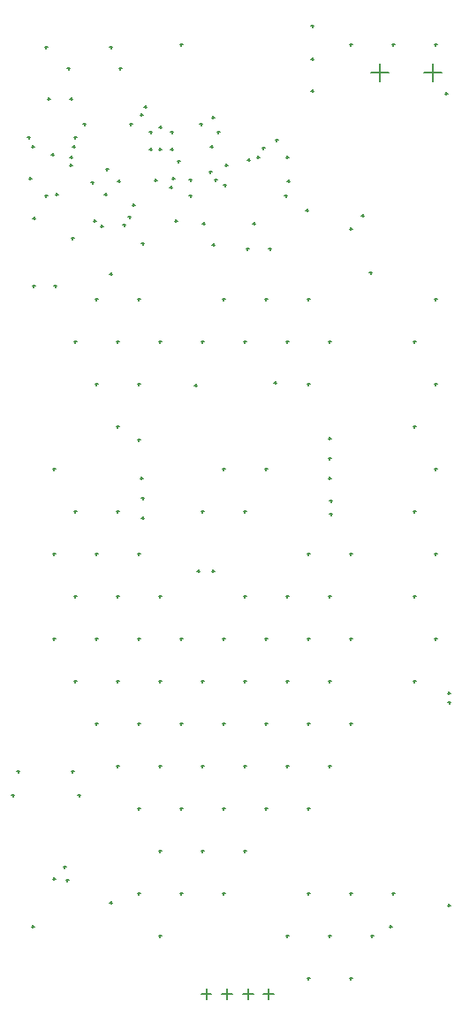
<source format=gbr>
%TF.GenerationSoftware,Altium Limited,Altium Designer,20.2.8 (258)*%
G04 Layer_Color=128*
%FSLAX26Y26*%
%MOIN*%
%TF.SameCoordinates,5803725C-7DB8-4FA7-A0CF-86E37554034E*%
%TF.FilePolarity,Positive*%
%TF.FileFunction,Drillmap*%
%TF.Part,Single*%
G01*
G75*
%TA.AperFunction,NonConductor*%
%ADD103C,0.005000*%
D103*
X2072185Y1221653D02*
X2111555D01*
X2091870Y1201968D02*
Y1241339D01*
X1993445Y1221653D02*
X2032815D01*
X2013130Y1201968D02*
Y1241339D01*
X1914705Y1221653D02*
X1954075D01*
X1934390Y1201968D02*
Y1241339D01*
X2150925Y1221653D02*
X2190295D01*
X2170610Y1201968D02*
Y1241339D01*
X2556929Y4693740D02*
X2623071D01*
X2590000Y4660669D02*
Y4726811D01*
X2756929Y4693740D02*
X2823071D01*
X2790000Y4660669D02*
Y4726811D01*
X1335000Y4595000D02*
X1345000D01*
X1340000Y4590000D02*
Y4600000D01*
X1685000Y4535000D02*
X1695000D01*
X1690000Y4530000D02*
Y4540000D01*
X1910000Y4500000D02*
X1920000D01*
X1915000Y4495000D02*
Y4505000D01*
X1955000Y4525000D02*
X1965000D01*
X1960000Y4520000D02*
Y4530000D01*
X2000000Y4270000D02*
X2010000D01*
X2005000Y4265000D02*
Y4275000D01*
X1965000Y4290000D02*
X1975000D01*
X1970000Y4285000D02*
Y4295000D01*
X1419000Y4345000D02*
X1429000D01*
X1424000Y4340000D02*
Y4350000D01*
X1420000Y4375000D02*
X1430000D01*
X1425000Y4370000D02*
Y4380000D01*
X1825000Y4360000D02*
X1835000D01*
X1830000Y4355000D02*
Y4365000D01*
X1956243Y4045072D02*
X1966243D01*
X1961243Y4040072D02*
Y4050072D01*
X1265000Y4295000D02*
X1275000D01*
X1270000Y4290000D02*
Y4300000D01*
X2795000Y4800000D02*
X2805000D01*
X2800000Y4795000D02*
Y4805000D01*
X2795000Y3840000D02*
X2805000D01*
X2800000Y3835000D02*
Y3845000D01*
X2715000Y3680000D02*
X2725000D01*
X2720000Y3675000D02*
Y3685000D01*
X2795000Y3520000D02*
X2805000D01*
X2800000Y3515000D02*
Y3525000D01*
X2715000Y3360000D02*
X2725000D01*
X2720000Y3355000D02*
Y3365000D01*
X2795000Y3200000D02*
X2805000D01*
X2800000Y3195000D02*
Y3205000D01*
X2715000Y3040000D02*
X2725000D01*
X2720000Y3035000D02*
Y3045000D01*
X2795000Y2880000D02*
X2805000D01*
X2800000Y2875000D02*
Y2885000D01*
X2715000Y2720000D02*
X2725000D01*
X2720000Y2715000D02*
Y2725000D01*
X2795000Y2560000D02*
X2805000D01*
X2800000Y2555000D02*
Y2565000D01*
X2715000Y2400000D02*
X2725000D01*
X2720000Y2395000D02*
Y2405000D01*
X2635000Y4800000D02*
X2645000D01*
X2640000Y4795000D02*
Y4805000D01*
X2635000Y1600000D02*
X2645000D01*
X2640000Y1595000D02*
Y1605000D01*
X2555000Y1440000D02*
X2565000D01*
X2560000Y1435000D02*
Y1445000D01*
X2475000Y4800000D02*
X2485000D01*
X2480000Y4795000D02*
Y4805000D01*
X2395000Y3680000D02*
X2405000D01*
X2400000Y3675000D02*
Y3685000D01*
X2475000Y2880000D02*
X2485000D01*
X2480000Y2875000D02*
Y2885000D01*
X2395000Y2720000D02*
X2405000D01*
X2400000Y2715000D02*
Y2725000D01*
X2475000Y2560000D02*
X2485000D01*
X2480000Y2555000D02*
Y2565000D01*
X2395000Y2400000D02*
X2405000D01*
X2400000Y2395000D02*
Y2405000D01*
X2475000Y2240000D02*
X2485000D01*
X2480000Y2235000D02*
Y2245000D01*
X2395000Y2080000D02*
X2405000D01*
X2400000Y2075000D02*
Y2085000D01*
X2475000Y1600000D02*
X2485000D01*
X2480000Y1595000D02*
Y1605000D01*
X2395000Y1440000D02*
X2405000D01*
X2400000Y1435000D02*
Y1445000D01*
X2475000Y1280000D02*
X2485000D01*
X2480000Y1275000D02*
Y1285000D01*
X2315000Y3840000D02*
X2325000D01*
X2320000Y3835000D02*
Y3845000D01*
X2235000Y3680000D02*
X2245000D01*
X2240000Y3675000D02*
Y3685000D01*
X2315000Y3520000D02*
X2325000D01*
X2320000Y3515000D02*
Y3525000D01*
X2315000Y2880000D02*
X2325000D01*
X2320000Y2875000D02*
Y2885000D01*
X2235000Y2720000D02*
X2245000D01*
X2240000Y2715000D02*
Y2725000D01*
X2315000Y2560000D02*
X2325000D01*
X2320000Y2555000D02*
Y2565000D01*
X2235000Y2400000D02*
X2245000D01*
X2240000Y2395000D02*
Y2405000D01*
X2315000Y2240000D02*
X2325000D01*
X2320000Y2235000D02*
Y2245000D01*
X2235000Y2080000D02*
X2245000D01*
X2240000Y2075000D02*
Y2085000D01*
X2315000Y1920000D02*
X2325000D01*
X2320000Y1915000D02*
Y1925000D01*
X2315000Y1600000D02*
X2325000D01*
X2320000Y1595000D02*
Y1605000D01*
X2235000Y1440000D02*
X2245000D01*
X2240000Y1435000D02*
Y1445000D01*
X2315000Y1280000D02*
X2325000D01*
X2320000Y1275000D02*
Y1285000D01*
X2155000Y3840000D02*
X2165000D01*
X2160000Y3835000D02*
Y3845000D01*
X2075000Y3680000D02*
X2085000D01*
X2080000Y3675000D02*
Y3685000D01*
X2155000Y3200000D02*
X2165000D01*
X2160000Y3195000D02*
Y3205000D01*
X2075000Y3040000D02*
X2085000D01*
X2080000Y3035000D02*
Y3045000D01*
X2075000Y2720000D02*
X2085000D01*
X2080000Y2715000D02*
Y2725000D01*
X2155000Y2560000D02*
X2165000D01*
X2160000Y2555000D02*
Y2565000D01*
X2075000Y2400000D02*
X2085000D01*
X2080000Y2395000D02*
Y2405000D01*
X2155000Y2240000D02*
X2165000D01*
X2160000Y2235000D02*
Y2245000D01*
X2075000Y2080000D02*
X2085000D01*
X2080000Y2075000D02*
Y2085000D01*
X2155000Y1920000D02*
X2165000D01*
X2160000Y1915000D02*
Y1925000D01*
X2075000Y1760000D02*
X2085000D01*
X2080000Y1755000D02*
Y1765000D01*
X1995000Y3840000D02*
X2005000D01*
X2000000Y3835000D02*
Y3845000D01*
X1915000Y3680000D02*
X1925000D01*
X1920000Y3675000D02*
Y3685000D01*
X1995000Y3200000D02*
X2005000D01*
X2000000Y3195000D02*
Y3205000D01*
X1915000Y3040000D02*
X1925000D01*
X1920000Y3035000D02*
Y3045000D01*
X1995000Y2560000D02*
X2005000D01*
X2000000Y2555000D02*
Y2565000D01*
X1915000Y2400000D02*
X1925000D01*
X1920000Y2395000D02*
Y2405000D01*
X1995000Y2240000D02*
X2005000D01*
X2000000Y2235000D02*
Y2245000D01*
X1915000Y2080000D02*
X1925000D01*
X1920000Y2075000D02*
Y2085000D01*
X1995000Y1920000D02*
X2005000D01*
X2000000Y1915000D02*
Y1925000D01*
X1915000Y1760000D02*
X1925000D01*
X1920000Y1755000D02*
Y1765000D01*
X1995000Y1600000D02*
X2005000D01*
X2000000Y1595000D02*
Y1605000D01*
X1835000Y4800000D02*
X1845000D01*
X1840000Y4795000D02*
Y4805000D01*
X1755000Y3680000D02*
X1765000D01*
X1760000Y3675000D02*
Y3685000D01*
X1755000Y2720000D02*
X1765000D01*
X1760000Y2715000D02*
Y2725000D01*
X1835000Y2560000D02*
X1845000D01*
X1840000Y2555000D02*
Y2565000D01*
X1755000Y2400000D02*
X1765000D01*
X1760000Y2395000D02*
Y2405000D01*
X1835000Y2240000D02*
X1845000D01*
X1840000Y2235000D02*
Y2245000D01*
X1755000Y2080000D02*
X1765000D01*
X1760000Y2075000D02*
Y2085000D01*
X1835000Y1920000D02*
X1845000D01*
X1840000Y1915000D02*
Y1925000D01*
X1755000Y1760000D02*
X1765000D01*
X1760000Y1755000D02*
Y1765000D01*
X1835000Y1600000D02*
X1845000D01*
X1840000Y1595000D02*
Y1605000D01*
X1755000Y1440000D02*
X1765000D01*
X1760000Y1435000D02*
Y1445000D01*
X1675000Y3840000D02*
X1685000D01*
X1680000Y3835000D02*
Y3845000D01*
X1595000Y3680000D02*
X1605000D01*
X1600000Y3675000D02*
Y3685000D01*
X1675000Y3520000D02*
X1685000D01*
X1680000Y3515000D02*
Y3525000D01*
X1595000Y3360000D02*
X1605000D01*
X1600000Y3355000D02*
Y3365000D01*
X1595000Y3040000D02*
X1605000D01*
X1600000Y3035000D02*
Y3045000D01*
X1675000Y2880000D02*
X1685000D01*
X1680000Y2875000D02*
Y2885000D01*
X1595000Y2720000D02*
X1605000D01*
X1600000Y2715000D02*
Y2725000D01*
X1675000Y2560000D02*
X1685000D01*
X1680000Y2555000D02*
Y2565000D01*
X1595000Y2400000D02*
X1605000D01*
X1600000Y2395000D02*
Y2405000D01*
X1675000Y2240000D02*
X1685000D01*
X1680000Y2235000D02*
Y2245000D01*
X1595000Y2080000D02*
X1605000D01*
X1600000Y2075000D02*
Y2085000D01*
X1675000Y1920000D02*
X1685000D01*
X1680000Y1915000D02*
Y1925000D01*
X1675000Y1600000D02*
X1685000D01*
X1680000Y1595000D02*
Y1605000D01*
X1515000Y3840000D02*
X1525000D01*
X1520000Y3835000D02*
Y3845000D01*
X1435000Y3680000D02*
X1445000D01*
X1440000Y3675000D02*
Y3685000D01*
X1515000Y3520000D02*
X1525000D01*
X1520000Y3515000D02*
Y3525000D01*
X1435000Y3040000D02*
X1445000D01*
X1440000Y3035000D02*
Y3045000D01*
X1515000Y2880000D02*
X1525000D01*
X1520000Y2875000D02*
Y2885000D01*
X1435000Y2720000D02*
X1445000D01*
X1440000Y2715000D02*
Y2725000D01*
X1515000Y2560000D02*
X1525000D01*
X1520000Y2555000D02*
Y2565000D01*
X1435000Y2400000D02*
X1445000D01*
X1440000Y2395000D02*
Y2405000D01*
X1515000Y2240000D02*
X1525000D01*
X1520000Y2235000D02*
Y2245000D01*
X1355000Y3200000D02*
X1365000D01*
X1360000Y3195000D02*
Y3205000D01*
X1355000Y2880000D02*
X1365000D01*
X1360000Y2875000D02*
Y2885000D01*
X1355000Y2560000D02*
X1365000D01*
X1360000Y2555000D02*
Y2565000D01*
X2845000Y2355000D02*
X2855000D01*
X2850000Y2350000D02*
Y2360000D01*
X2846181Y2319410D02*
X2856181D01*
X2851181Y2314410D02*
Y2324410D01*
X1700000Y4565000D02*
X1710000D01*
X1705000Y4560000D02*
Y4570000D01*
X1690000Y4050000D02*
X1700000D01*
X1695000Y4045000D02*
Y4055000D01*
X1620000Y4120000D02*
X1630000D01*
X1625000Y4115000D02*
Y4125000D01*
X1640000Y4150000D02*
X1650000D01*
X1645000Y4145000D02*
Y4155000D01*
X1757500Y4487500D02*
X1767500D01*
X1762500Y4482500D02*
Y4492500D01*
X1870000Y4230000D02*
X1880000D01*
X1875000Y4225000D02*
Y4235000D01*
X1870000Y4290000D02*
X1880000D01*
X1875000Y4285000D02*
Y4295000D01*
X1805000D02*
X1815000D01*
X1810000Y4290000D02*
Y4300000D01*
X1797061Y4262060D02*
X1807061D01*
X1802061Y4257060D02*
Y4267060D01*
X1815000Y4135000D02*
X1825000D01*
X1820000Y4130000D02*
Y4140000D01*
X2845000Y1555000D02*
X2855000D01*
X2850000Y1550000D02*
Y1560000D01*
X1738358Y4288358D02*
X1748358D01*
X1743358Y4283358D02*
Y4293358D01*
X1570000Y1565000D02*
X1580000D01*
X1575000Y1560000D02*
Y1570000D01*
X1275000Y1475000D02*
X1285000D01*
X1280000Y1470000D02*
Y1480000D01*
X2625000Y1475000D02*
X2635000D01*
X2630000Y1470000D02*
Y1480000D01*
X1655000Y4195000D02*
X1665000D01*
X1660000Y4190000D02*
Y4200000D01*
X1280000Y4145000D02*
X1290000D01*
X1285000Y4140000D02*
Y4150000D01*
X1535000Y4115000D02*
X1545000D01*
X1540000Y4110000D02*
Y4120000D01*
X1508162Y4135726D02*
X1518162D01*
X1513162Y4130726D02*
Y4140726D01*
X1405000Y1650000D02*
X1415000D01*
X1410000Y1645000D02*
Y1655000D01*
X1355000D02*
X1365000D01*
X1360000Y1650000D02*
Y1660000D01*
X1325000Y4230000D02*
X1335000D01*
X1330000Y4225000D02*
Y4235000D01*
X1365000D02*
X1375000D01*
X1370000Y4230000D02*
Y4240000D01*
X1450000Y1970000D02*
X1460000D01*
X1455000Y1965000D02*
Y1975000D01*
X1200000Y1970000D02*
X1210000D01*
X1205000Y1965000D02*
Y1975000D01*
X1395000Y1700000D02*
X1405000D01*
X1400000Y1695000D02*
Y1705000D01*
X1220000Y2060000D02*
X1230000D01*
X1225000Y2055000D02*
Y2065000D01*
X1425000Y2060000D02*
X1435000D01*
X1430000Y2055000D02*
Y2065000D01*
X2550000Y3940000D02*
X2560000D01*
X2555000Y3935000D02*
Y3945000D01*
X2475000Y4105000D02*
X2485000D01*
X2480000Y4100000D02*
Y4110000D01*
X2395224Y3164307D02*
X2405224D01*
X2400224Y3159307D02*
Y3169307D01*
X2395040Y3239961D02*
X2405040D01*
X2400040Y3234961D02*
Y3244961D01*
X1675000Y3310000D02*
X1685000D01*
X1680000Y3305000D02*
Y3315000D01*
X1890000Y3515000D02*
X1900000D01*
X1895000Y3510000D02*
Y3520000D01*
X2190000Y3525000D02*
X2200000D01*
X2195000Y3520000D02*
Y3530000D01*
X2400000Y3080000D02*
X2410000D01*
X2405000Y3075000D02*
Y3085000D01*
X1278835Y3890000D02*
X1288835D01*
X1283835Y3885000D02*
Y3895000D01*
X1690000Y3090000D02*
X1700000D01*
X1695000Y3085000D02*
Y3095000D01*
X1360000Y3890000D02*
X1370000D01*
X1365000Y3885000D02*
Y3895000D01*
X1685000Y3165000D02*
X1695000D01*
X1690000Y3160000D02*
Y3170000D01*
X2085000Y4030000D02*
X2095000D01*
X2090000Y4025000D02*
Y4035000D01*
X2170000Y4030000D02*
X2180000D01*
X2175000Y4025000D02*
Y4035000D01*
X2310000Y4175000D02*
X2320000D01*
X2315000Y4170000D02*
Y4180000D01*
X2520000Y4155000D02*
X2530000D01*
X2525000Y4150000D02*
Y4160000D01*
X1900000Y2815000D02*
X1910000D01*
X1905000Y2810000D02*
Y2820000D01*
X1955000Y2815000D02*
X1965000D01*
X1960000Y2810000D02*
Y2820000D01*
X2400000Y3030000D02*
X2410000D01*
X2405000Y3025000D02*
Y3035000D01*
X1690000Y3015000D02*
X1700000D01*
X1695000Y3010000D02*
Y3020000D01*
X2395000Y3315000D02*
X2405000D01*
X2400000Y3310000D02*
Y3320000D01*
X1260000Y4450000D02*
X1270000D01*
X1265000Y4445000D02*
Y4455000D01*
X1275000Y4415000D02*
X1285000D01*
X1280000Y4410000D02*
Y4420000D01*
X1430000Y4415000D02*
X1440000D01*
X1435000Y4410000D02*
Y4420000D01*
Y4450000D02*
X1445000D01*
X1440000Y4445000D02*
Y4455000D01*
X2240000Y4285000D02*
X2250000D01*
X2245000Y4280000D02*
Y4290000D01*
X1950000Y4415000D02*
X1960000D01*
X1955000Y4410000D02*
Y4420000D01*
X1975000Y4470000D02*
X1985000D01*
X1980000Y4465000D02*
Y4475000D01*
X2145000Y4410000D02*
X2155000D01*
X2150000Y4405000D02*
Y4415000D01*
X2195000Y4440000D02*
X2205000D01*
X2200000Y4435000D02*
Y4445000D01*
X2235000Y4375000D02*
X2245000D01*
X2240000Y4370000D02*
Y4380000D01*
X2835000Y4615000D02*
X2845000D01*
X2840000Y4610000D02*
Y4620000D01*
X2230000Y4230000D02*
X2240000D01*
X2235000Y4225000D02*
Y4235000D01*
X2330000Y4625000D02*
X2340000D01*
X2335000Y4620000D02*
Y4630000D01*
X2330000Y4745000D02*
X2340000D01*
X2335000Y4740000D02*
Y4750000D01*
X2330000Y4870000D02*
X2340000D01*
X2335000Y4865000D02*
Y4875000D01*
X1800000Y4470000D02*
X1810000D01*
X1805000Y4465000D02*
Y4475000D01*
X1800000Y4405000D02*
X1810000D01*
X1805000Y4400000D02*
Y4410000D01*
X1755000Y4405000D02*
X1765000D01*
X1760000Y4400000D02*
Y4410000D01*
X1720000Y4470000D02*
X1730000D01*
X1725000Y4465000D02*
Y4475000D01*
X1720000Y4405000D02*
X1730000D01*
X1725000Y4400000D02*
Y4410000D01*
X1945000Y4320000D02*
X1955000D01*
X1950000Y4315000D02*
Y4325000D01*
X2005000Y4345000D02*
X2015000D01*
X2010000Y4340000D02*
Y4350000D01*
X2090000Y4365000D02*
X2100000D01*
X2095000Y4360000D02*
Y4370000D01*
X1350000Y4385000D02*
X1360000D01*
X1355000Y4380000D02*
Y4390000D01*
X2125000Y4375000D02*
X2135000D01*
X2130000Y4370000D02*
Y4380000D01*
X1920000Y4125000D02*
X1930000D01*
X1925000Y4120000D02*
Y4130000D01*
X2110000Y4125000D02*
X2120000D01*
X2115000Y4120000D02*
Y4130000D01*
X1470000Y4500000D02*
X1480000D01*
X1475000Y4495000D02*
Y4505000D01*
X1645000Y4500000D02*
X1655000D01*
X1650000Y4495000D02*
Y4505000D01*
X1570000Y3935000D02*
X1580000D01*
X1575000Y3930000D02*
Y3940000D01*
X1425000Y4070000D02*
X1435000D01*
X1430000Y4065000D02*
Y4075000D01*
X1550000Y4235000D02*
X1560000D01*
X1555000Y4230000D02*
Y4240000D01*
X1500000Y4280000D02*
X1510000D01*
X1505000Y4275000D02*
Y4285000D01*
X1600000D02*
X1610000D01*
X1605000Y4280000D02*
Y4290000D01*
X1555000Y4330000D02*
X1565000D01*
X1560000Y4325000D02*
Y4335000D01*
X1410000Y4710000D02*
X1420000D01*
X1415000Y4705000D02*
Y4715000D01*
X1605000Y4709882D02*
X1615000D01*
X1610000Y4704882D02*
Y4714882D01*
X1325000Y4790000D02*
X1335000D01*
X1330000Y4785000D02*
Y4795000D01*
X1570000Y4790000D02*
X1580000D01*
X1575000Y4785000D02*
Y4795000D01*
X1420000Y4595000D02*
X1430000D01*
X1425000Y4590000D02*
Y4600000D01*
%TF.MD5,e7b77ffa784cc3e6ec0c6edada7714d5*%
M02*

</source>
